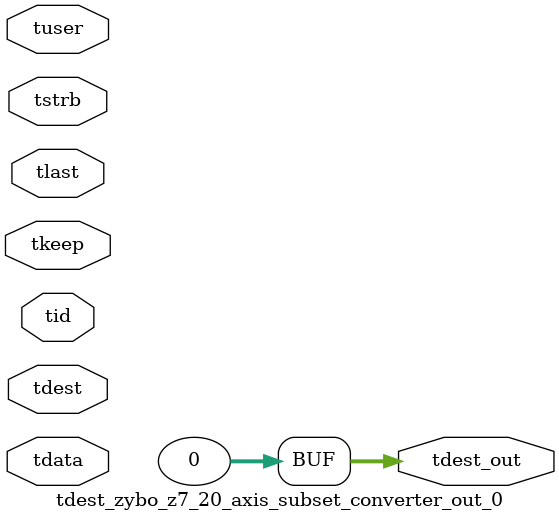
<source format=v>


`timescale 1ps/1ps

module tdest_zybo_z7_20_axis_subset_converter_out_0 #
(
parameter C_S_AXIS_TDATA_WIDTH = 32,
parameter C_S_AXIS_TUSER_WIDTH = 0,
parameter C_S_AXIS_TID_WIDTH   = 0,
parameter C_S_AXIS_TDEST_WIDTH = 0,
parameter C_M_AXIS_TDEST_WIDTH = 32
)
(
input  [(C_S_AXIS_TDATA_WIDTH == 0 ? 1 : C_S_AXIS_TDATA_WIDTH)-1:0     ] tdata,
input  [(C_S_AXIS_TUSER_WIDTH == 0 ? 1 : C_S_AXIS_TUSER_WIDTH)-1:0     ] tuser,
input  [(C_S_AXIS_TID_WIDTH   == 0 ? 1 : C_S_AXIS_TID_WIDTH)-1:0       ] tid,
input  [(C_S_AXIS_TDEST_WIDTH == 0 ? 1 : C_S_AXIS_TDEST_WIDTH)-1:0     ] tdest,
input  [(C_S_AXIS_TDATA_WIDTH/8)-1:0 ] tkeep,
input  [(C_S_AXIS_TDATA_WIDTH/8)-1:0 ] tstrb,
input                                                                    tlast,
output [C_M_AXIS_TDEST_WIDTH-1:0] tdest_out
);

assign tdest_out = {1'b0};

endmodule


</source>
